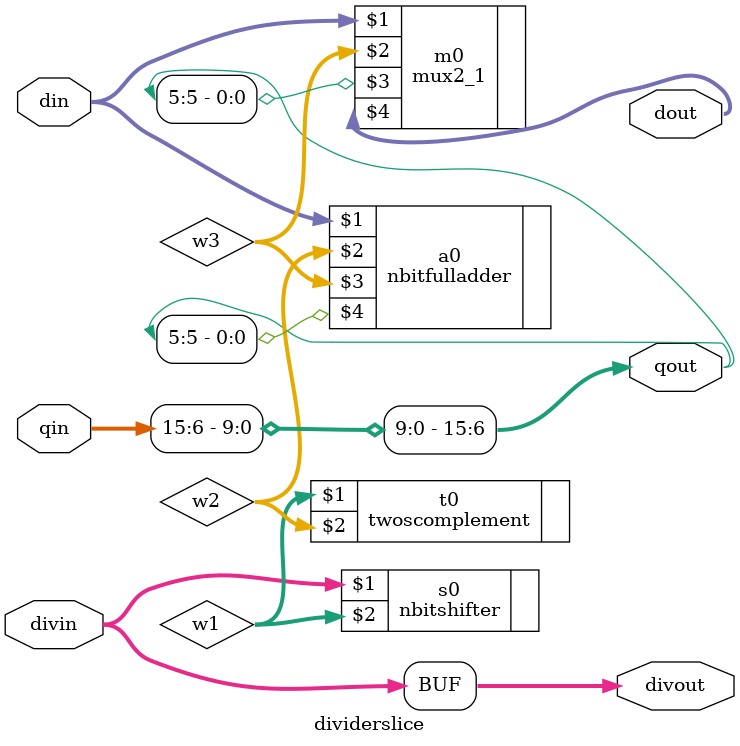
<source format=sv>
module pipelinediv #(parameter DIVIDENDLEN =16, parameter DIVISORLEN=8)(clock,dividend,divisor,quotient,remainder);
localparam DATAPATHLEN = DIVIDENDLEN + DIVISORLEN -1;
input clock;
input [DIVIDENDLEN-1:0]dividend;
input [DIVISORLEN-1:0]divisor;
output [DIVIDENDLEN-1:0]quotient;
output [DIVISORLEN-1:0]remainder;

wire[DIVIDENDLEN-1:0]w1[DIVIDENDLEN];  //qout
wire[DATAPATHLEN-1:0]w2[DIVIDENDLEN];    //dout
wire[DIVISORLEN-1:0]w3[DIVIDENDLEN];     //divout
  
 bit [DIVISORLEN+DATAPATHLEN+DIVIDENDLEN-1:0]register[DIVIDENDLEN];//bits in divisor, datapath, quotient 
 bit [DIVIDENDLEN-1:0]q='0;
genvar i;

generate
	for (i=0;i<=(DIVIDENDLEN)-1;i++)
	begin:divider
        	if(i==0)//first
	    	begin
          		dividerslice #(((DIVIDENDLEN-1)-i),DIVIDENDLEN,DIVISORLEN) d(dividend,divisor,q,w1[i],w2[i],w3[i]);
		end
        	else
        	begin
             		dividerslice #(((DIVIDENDLEN-1)-i),DIVIDENDLEN,DIVISORLEN) d(register[i-1][DATAPATHLEN+DIVISORLEN-1:DIVISORLEN],register[i-1][DIVISORLEN-1:0],register[i-1][DIVISORLEN+DATAPATHLEN+DIVIDENDLEN-1:DATAPATHLEN+DIVISORLEN],w1[i],w2[i],w3[i]);
		end
	end
endgenerate

always_ff @(posedge clock)
begin
	for(int j=0;j<=(DIVIDENDLEN)-1;j++)
		register[j]<={w1[j],w2[j],w3[j]};
end
assign quotient=register [DIVIDENDLEN-1] [DIVIDENDLEN+DIVISORLEN+DATAPATHLEN-1 : DIVISORLEN+DATAPATHLEN];
assign remainder= register[DIVIDENDLEN-1][DIVISORLEN+DATAPATHLEN-1:DIVISORLEN];								       
								      
								    
  
endmodule

module dividerslice #(parameter SHIFT=5 ,parameter DIVIDENDLEN=16, parameter DIVISORLEN = 8)(din,divin,qin,qout,dout,divout);
localparam DATAPATHLEN = DIVIDENDLEN + DIVISORLEN -1;

input[DATAPATHLEN-1:0]din;
input[DIVISORLEN-1:0]divin;
input[DIVIDENDLEN-1:0]qin;
output bit [DIVIDENDLEN-1:0] qout;
output [DATAPATHLEN-1:0] dout;
output[DIVISORLEN-1:0] divout;
  
wire [DATAPATHLEN-1:0] w1;
wire [DATAPATHLEN-1:0] w2;
wire [DATAPATHLEN-1:0] w3;



nbitshifter #(SHIFT ,DIVISORLEN,DATAPATHLEN) s0(divin,w1);
twoscomplement#(DATAPATHLEN) t0(w1,w2);
nbitfulladder #(DATAPATHLEN) a0(din,w2,w3,qout[SHIFT]);
mux2_1 #(DATAPATHLEN) m0(din,w3,qout[SHIFT],dout);
  
always_comb
	begin
      		if(SHIFT!=DIVIDENDLEN-1)
          		begin
			qout[DIVIDENDLEN-1:SHIFT+1]= qin[DIVIDENDLEN-1:SHIFT+1];
			end
    	end
  
assign divout = divin;
  
endmodule


</source>
